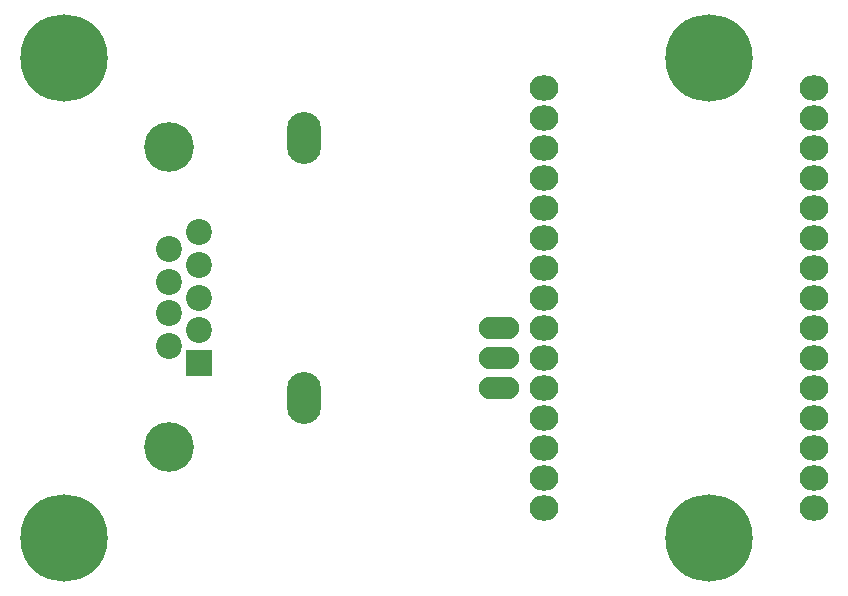
<source format=gbr>
G04 #@! TF.FileFunction,Soldermask,Top*
%FSLAX46Y46*%
G04 Gerber Fmt 4.6, Leading zero omitted, Abs format (unit mm)*
G04 Created by KiCad (PCBNEW 4.0.5+dfsg1-4) date Mon Apr 17 17:31:13 2017*
%MOMM*%
%LPD*%
G01*
G04 APERTURE LIST*
%ADD10C,0.100000*%
%ADD11O,2.432000X2.127200*%
%ADD12C,4.210000*%
%ADD13R,2.200000X2.200000*%
%ADD14C,2.200000*%
%ADD15O,2.899360X4.400500*%
%ADD16O,3.414980X1.906220*%
%ADD17C,7.400000*%
G04 APERTURE END LIST*
D10*
D11*
X93980000Y-43180000D03*
X93980000Y-45720000D03*
X93980000Y-48260000D03*
X93980000Y-50800000D03*
X93980000Y-53340000D03*
X93980000Y-55880000D03*
X93980000Y-58420000D03*
X93980000Y-60960000D03*
X93980000Y-63500000D03*
X93980000Y-66040000D03*
X93980000Y-68580000D03*
X93980000Y-71120000D03*
X93980000Y-73660000D03*
X93980000Y-76200000D03*
X93980000Y-78740000D03*
X116840000Y-43180000D03*
X116840000Y-73660000D03*
X116840000Y-76200000D03*
X116840000Y-71120000D03*
X116840000Y-55880000D03*
X116840000Y-53340000D03*
X116840000Y-58420000D03*
X116840000Y-78740000D03*
X116840000Y-63500000D03*
X116840000Y-60960000D03*
X116840000Y-66040000D03*
X116840000Y-68580000D03*
X116840000Y-48260000D03*
X116840000Y-50800000D03*
X116840000Y-45720000D03*
D12*
X62230000Y-48133000D03*
X62230000Y-73533000D03*
D13*
X64770000Y-66421000D03*
D14*
X64770000Y-63627000D03*
X64770000Y-60960000D03*
X64770000Y-58166000D03*
X64770000Y-55372000D03*
X62230000Y-65024000D03*
X62230000Y-62230000D03*
X62230000Y-59563000D03*
X62230000Y-56769000D03*
D15*
X73660000Y-47419260D03*
X73660000Y-69420740D03*
D16*
X90170000Y-68580000D03*
X90170000Y-66040000D03*
X90170000Y-63500000D03*
D17*
X53340000Y-81280000D03*
X107950000Y-81280000D03*
X107950000Y-40640000D03*
X53340000Y-40640000D03*
M02*

</source>
